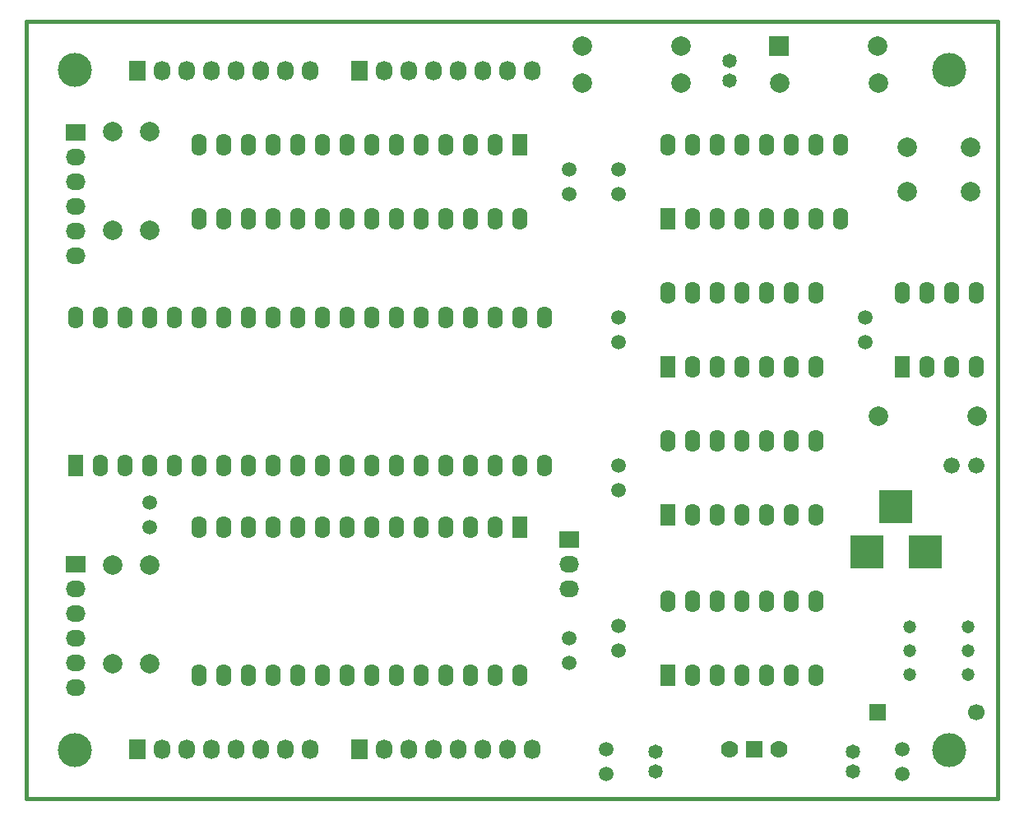
<source format=gts>
%FSLAX34Y34*%
G04 Gerber Fmt 3.4, Leading zero omitted, Abs format*
G04 (created by PCBNEW (2014-jan-25)-product) date Wed 15 Apr 2015 09:56:20 BST*
%MOIN*%
G01*
G70*
G90*
G04 APERTURE LIST*
%ADD10C,0.005906*%
%ADD11C,0.015000*%
%ADD12C,0.059100*%
%ADD13C,0.058300*%
%ADD14C,0.066900*%
%ADD15R,0.066900X0.066900*%
%ADD16R,0.080000X0.068000*%
%ADD17O,0.080000X0.068000*%
%ADD18C,0.078700*%
%ADD19R,0.078700X0.078700*%
%ADD20R,0.068000X0.080000*%
%ADD21O,0.068000X0.080000*%
%ADD22R,0.137800X0.137800*%
%ADD23R,0.062000X0.090000*%
%ADD24O,0.062000X0.090000*%
%ADD25C,0.070000*%
%ADD26R,0.070000X0.070000*%
%ADD27C,0.066000*%
%ADD28O,0.052000X0.052000*%
%ADD29C,0.137800*%
G04 APERTURE END LIST*
G54D10*
G54D11*
X34500Y-58000D02*
X34500Y-26504D01*
X34500Y-26504D02*
X73870Y-26504D01*
X73870Y-26504D02*
X73870Y-58000D01*
X73870Y-58000D02*
X34500Y-58000D01*
G54D12*
X56500Y-52500D03*
X56500Y-51500D03*
X39500Y-46000D03*
X39500Y-47000D03*
X58500Y-38500D03*
X58500Y-39500D03*
X56500Y-33500D03*
X56500Y-32500D03*
X68500Y-38500D03*
X68500Y-39500D03*
G54D13*
X60000Y-56106D03*
X60000Y-56894D03*
X68000Y-56106D03*
X68000Y-56894D03*
G54D12*
X70000Y-56000D03*
X70000Y-57000D03*
X58500Y-44500D03*
X58500Y-45500D03*
X58500Y-32500D03*
X58500Y-33500D03*
G54D14*
X73000Y-54500D03*
G54D15*
X69000Y-54500D03*
G54D16*
X56500Y-47500D03*
G54D17*
X56500Y-48500D03*
X56500Y-49500D03*
G54D18*
X38000Y-34969D03*
X38000Y-30969D03*
X38000Y-48531D03*
X38000Y-52531D03*
X39500Y-34969D03*
X39500Y-30969D03*
X39500Y-48531D03*
X39500Y-52531D03*
X65031Y-29000D03*
X69031Y-29000D03*
X57031Y-29000D03*
X61031Y-29000D03*
X57031Y-27500D03*
X61031Y-27500D03*
X72780Y-31614D03*
X70220Y-31614D03*
X70220Y-33386D03*
X72780Y-33386D03*
G54D12*
X58000Y-56000D03*
X58000Y-57000D03*
G54D13*
X63000Y-28894D03*
X63000Y-28106D03*
G54D18*
X69000Y-27500D03*
G54D19*
X65000Y-27500D03*
G54D20*
X39000Y-28500D03*
G54D21*
X40000Y-28500D03*
X41000Y-28500D03*
X42000Y-28500D03*
X43000Y-28500D03*
X44000Y-28500D03*
X45000Y-28500D03*
X46000Y-28500D03*
G54D22*
X68559Y-48000D03*
X70921Y-48000D03*
X69740Y-46150D03*
G54D16*
X36500Y-48500D03*
G54D17*
X36500Y-49500D03*
X36500Y-50500D03*
X36500Y-51500D03*
X36500Y-52500D03*
X36500Y-53500D03*
G54D16*
X36500Y-31000D03*
G54D17*
X36500Y-32000D03*
X36500Y-33000D03*
X36500Y-34000D03*
X36500Y-35000D03*
X36500Y-36000D03*
G54D20*
X48000Y-28500D03*
G54D21*
X49000Y-28500D03*
X50000Y-28500D03*
X51000Y-28500D03*
X52000Y-28500D03*
X53000Y-28500D03*
X54000Y-28500D03*
X55000Y-28500D03*
G54D20*
X39000Y-56000D03*
G54D21*
X40000Y-56000D03*
X41000Y-56000D03*
X42000Y-56000D03*
X43000Y-56000D03*
X44000Y-56000D03*
X45000Y-56000D03*
X46000Y-56000D03*
G54D20*
X48000Y-56000D03*
G54D21*
X49000Y-56000D03*
X50000Y-56000D03*
X51000Y-56000D03*
X52000Y-56000D03*
X53000Y-56000D03*
X54000Y-56000D03*
X55000Y-56000D03*
G54D23*
X36500Y-44500D03*
G54D24*
X37500Y-44500D03*
X38500Y-44500D03*
X39500Y-44500D03*
X40500Y-44500D03*
X41500Y-44500D03*
X42500Y-44500D03*
X43500Y-44500D03*
X44500Y-44500D03*
X45500Y-44500D03*
X46500Y-44500D03*
X47500Y-44500D03*
X48500Y-44500D03*
X49500Y-44500D03*
X50500Y-44500D03*
X51500Y-44500D03*
X52500Y-44500D03*
X53500Y-44500D03*
X54500Y-44500D03*
X55500Y-44500D03*
X55500Y-38500D03*
X54500Y-38500D03*
X53500Y-38500D03*
X52500Y-38500D03*
X51500Y-38500D03*
X50500Y-38500D03*
X49500Y-38500D03*
X48500Y-38500D03*
X47500Y-38500D03*
X46500Y-38500D03*
X45500Y-38500D03*
X44500Y-38500D03*
X43500Y-38500D03*
X42500Y-38500D03*
X41500Y-38500D03*
X40500Y-38500D03*
X39500Y-38500D03*
X38500Y-38500D03*
X37500Y-38500D03*
X36500Y-38500D03*
G54D23*
X54500Y-47000D03*
G54D24*
X53500Y-47000D03*
X52500Y-47000D03*
X51500Y-47000D03*
X50500Y-47000D03*
X49500Y-47000D03*
X48500Y-47000D03*
X47500Y-47000D03*
X46500Y-47000D03*
X45500Y-47000D03*
X44500Y-47000D03*
X43500Y-47000D03*
X42500Y-47000D03*
X41500Y-47000D03*
X41500Y-53000D03*
X42500Y-53000D03*
X43500Y-53000D03*
X44500Y-53000D03*
X45500Y-53000D03*
X46500Y-53000D03*
X47500Y-53000D03*
X48500Y-53000D03*
X49500Y-53000D03*
X50500Y-53000D03*
X51500Y-53000D03*
X52500Y-53000D03*
X53500Y-53000D03*
X54500Y-53000D03*
G54D23*
X60500Y-40500D03*
G54D24*
X61500Y-40500D03*
X62500Y-40500D03*
X63500Y-40500D03*
X64500Y-40500D03*
X65500Y-40500D03*
X66500Y-40500D03*
X66500Y-37500D03*
X65500Y-37500D03*
X64500Y-37500D03*
X63500Y-37500D03*
X62500Y-37500D03*
X61500Y-37500D03*
X60500Y-37500D03*
X53500Y-31500D03*
X52500Y-31500D03*
X51500Y-31500D03*
X50500Y-31500D03*
X49500Y-31500D03*
X48500Y-31500D03*
X47500Y-31500D03*
X46500Y-31500D03*
X45500Y-31500D03*
X44500Y-31500D03*
X43500Y-31500D03*
X42500Y-31500D03*
X41500Y-31500D03*
G54D23*
X54500Y-31500D03*
G54D24*
X41500Y-34500D03*
X42500Y-34500D03*
X43500Y-34500D03*
X44500Y-34500D03*
X45500Y-34500D03*
X46500Y-34500D03*
X47500Y-34500D03*
X48500Y-34500D03*
X49500Y-34500D03*
X50500Y-34500D03*
X51500Y-34500D03*
X52500Y-34500D03*
X53500Y-34500D03*
X54500Y-34500D03*
G54D23*
X70000Y-40500D03*
G54D24*
X71000Y-40500D03*
X72000Y-40500D03*
X73000Y-40500D03*
X73000Y-37500D03*
X72000Y-37500D03*
X71000Y-37500D03*
X70000Y-37500D03*
G54D25*
X65000Y-56000D03*
G54D26*
X64000Y-56000D03*
G54D25*
X63000Y-56000D03*
G54D23*
X60500Y-46500D03*
G54D24*
X61500Y-46500D03*
X62500Y-46500D03*
X63500Y-46500D03*
X64500Y-46500D03*
X65500Y-46500D03*
X66500Y-46500D03*
X66500Y-43500D03*
X65500Y-43500D03*
X64500Y-43500D03*
X63500Y-43500D03*
X62500Y-43500D03*
X61500Y-43500D03*
X60500Y-43500D03*
G54D23*
X60500Y-53000D03*
G54D24*
X61500Y-53000D03*
X62500Y-53000D03*
X63500Y-53000D03*
X64500Y-53000D03*
X65500Y-53000D03*
X66500Y-53000D03*
X66500Y-50000D03*
X65500Y-50000D03*
X64500Y-50000D03*
X63500Y-50000D03*
X62500Y-50000D03*
X61500Y-50000D03*
X60500Y-50000D03*
G54D23*
X60500Y-34500D03*
G54D24*
X61500Y-34500D03*
X62500Y-34500D03*
X63500Y-34500D03*
X64500Y-34500D03*
X65500Y-34500D03*
X66500Y-34500D03*
X67500Y-34500D03*
X67500Y-31500D03*
X66500Y-31500D03*
X65500Y-31500D03*
X64500Y-31500D03*
X63500Y-31500D03*
X62500Y-31500D03*
X61500Y-31500D03*
X60500Y-31500D03*
G54D27*
X73000Y-44500D03*
X72000Y-44500D03*
G54D18*
X69031Y-42500D03*
X73031Y-42500D03*
G54D28*
X72680Y-52980D03*
X72680Y-52000D03*
X72680Y-51020D03*
X70320Y-52980D03*
X70320Y-52000D03*
X70320Y-51020D03*
G54D29*
X36469Y-56031D03*
X36469Y-28472D03*
X71902Y-28472D03*
X71902Y-56031D03*
G54D12*
X58500Y-51000D03*
X58500Y-52000D03*
M02*

</source>
